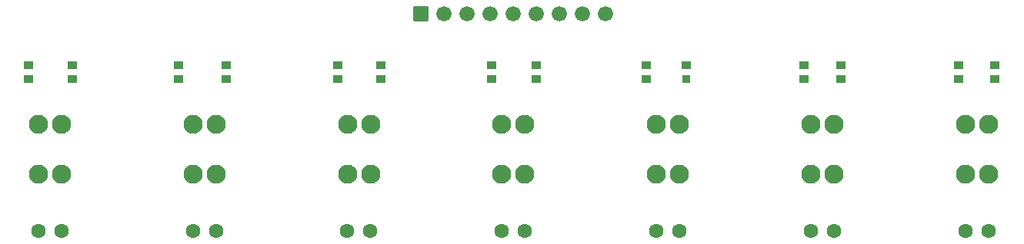
<source format=gts>
G04 Layer: TopSolderMaskLayer*
G04 EasyEDA v6.5.22, 2022-12-11 09:51:38*
G04 e12cfe8ce6ad4c4799b389a6830ee86a,10*
G04 Gerber Generator version 0.2*
G04 Scale: 100 percent, Rotated: No, Reflected: No *
G04 Dimensions in millimeters *
G04 leading zeros omitted , absolute positions ,4 integer and 5 decimal *
%FSLAX45Y45*%
%MOMM*%

%AMMACRO1*1,1,$1,$2,$3*1,1,$1,$4,$5*1,1,$1,0-$2,0-$3*1,1,$1,0-$4,0-$5*20,1,$1,$2,$3,$4,$5,0*20,1,$1,$4,$5,0-$2,0-$3,0*20,1,$1,0-$2,0-$3,0-$4,0-$5,0*20,1,$1,0-$4,0-$5,$2,$3,0*4,1,4,$2,$3,$4,$5,0-$2,0-$3,0-$4,0-$5,$2,$3,0*%
%ADD10C,2.1016*%
%ADD11MACRO1,0.1016X-0.432X0.4032X0.432X0.4032*%
%ADD12MACRO1,0.1016X-0.432X-0.4032X0.432X-0.4032*%
%ADD13MACRO1,0.1016X0.432X-0.4032X-0.432X-0.4032*%
%ADD14MACRO1,0.1016X0.432X0.4032X-0.432X0.4032*%
%ADD15R,0.9656X0.9081*%
%ADD16MACRO1,0.1016X-0.7874X0.7874X0.7874X0.7874*%
%ADD17C,1.6764*%
%ADD18C,1.6000*%

%LPD*%
D10*
G01*
X4272991Y924915D03*
G01*
X4272991Y1475079D03*
G01*
X4526991Y924915D03*
G01*
X4526991Y1475079D03*
D11*
G01*
X765200Y1974175D03*
D12*
G01*
X765200Y2124825D03*
D13*
G01*
X1247800Y2124825D03*
D14*
G01*
X1247800Y1974175D03*
D10*
G01*
X872997Y924915D03*
G01*
X872997Y1475079D03*
G01*
X1126997Y924915D03*
G01*
X1126997Y1475079D03*
G01*
X2572994Y924915D03*
G01*
X2572994Y1475079D03*
G01*
X2826994Y924915D03*
G01*
X2826994Y1475079D03*
G01*
X5972987Y924915D03*
G01*
X5972987Y1475079D03*
G01*
X6226987Y924915D03*
G01*
X6226987Y1475079D03*
G01*
X7672984Y924940D03*
G01*
X7672984Y1475104D03*
G01*
X7926984Y924940D03*
G01*
X7926984Y1475104D03*
G01*
X9372981Y924940D03*
G01*
X9372981Y1475104D03*
G01*
X9626981Y924940D03*
G01*
X9626981Y1475104D03*
G01*
X11072977Y924940D03*
G01*
X11072977Y1475104D03*
G01*
X11326977Y924940D03*
G01*
X11326977Y1475104D03*
D11*
G01*
X2416200Y1974175D03*
D12*
G01*
X2416200Y2124825D03*
D13*
G01*
X2936900Y2124825D03*
D14*
G01*
X2936900Y1974175D03*
D11*
G01*
X4168800Y1974175D03*
D12*
G01*
X4168800Y2124825D03*
D13*
G01*
X4638700Y2124825D03*
D14*
G01*
X4638700Y1974175D03*
D11*
G01*
X5857900Y1974175D03*
D12*
G01*
X5857900Y2124825D03*
D13*
G01*
X6353200Y2124825D03*
D14*
G01*
X6353200Y1974175D03*
D11*
G01*
X7559700Y1974175D03*
D12*
G01*
X7559700Y2124825D03*
D13*
G01*
X7999984Y2124825D03*
D15*
G01*
X7999984Y1974164D03*
D11*
G01*
X9299981Y1974175D03*
D12*
G01*
X9299981Y2124825D03*
D13*
G01*
X9699980Y2124825D03*
D14*
G01*
X9699980Y1974175D03*
D11*
G01*
X10999978Y1974175D03*
D12*
G01*
X10999978Y2124825D03*
D13*
G01*
X11399977Y2124825D03*
D14*
G01*
X11399977Y1974175D03*
D16*
G01*
X5083987Y2699994D03*
D17*
G01*
X5337987Y2699994D03*
G01*
X5591987Y2699994D03*
G01*
X5845987Y2699994D03*
G01*
X6099987Y2699994D03*
G01*
X6353987Y2699994D03*
G01*
X6607987Y2699994D03*
G01*
X6861987Y2699994D03*
G01*
X7115987Y2699994D03*
D18*
G01*
X873505Y299999D03*
G01*
X1127505Y299999D03*
G01*
X2573502Y299999D03*
G01*
X2827502Y299999D03*
G01*
X4269079Y299999D03*
G01*
X4523104Y299999D03*
G01*
X5972987Y299999D03*
G01*
X6226987Y299999D03*
G01*
X7672984Y299999D03*
G01*
X7926984Y299999D03*
G01*
X9372981Y299999D03*
G01*
X9626981Y299999D03*
G01*
X11072977Y299999D03*
G01*
X11326977Y299999D03*
M02*

</source>
